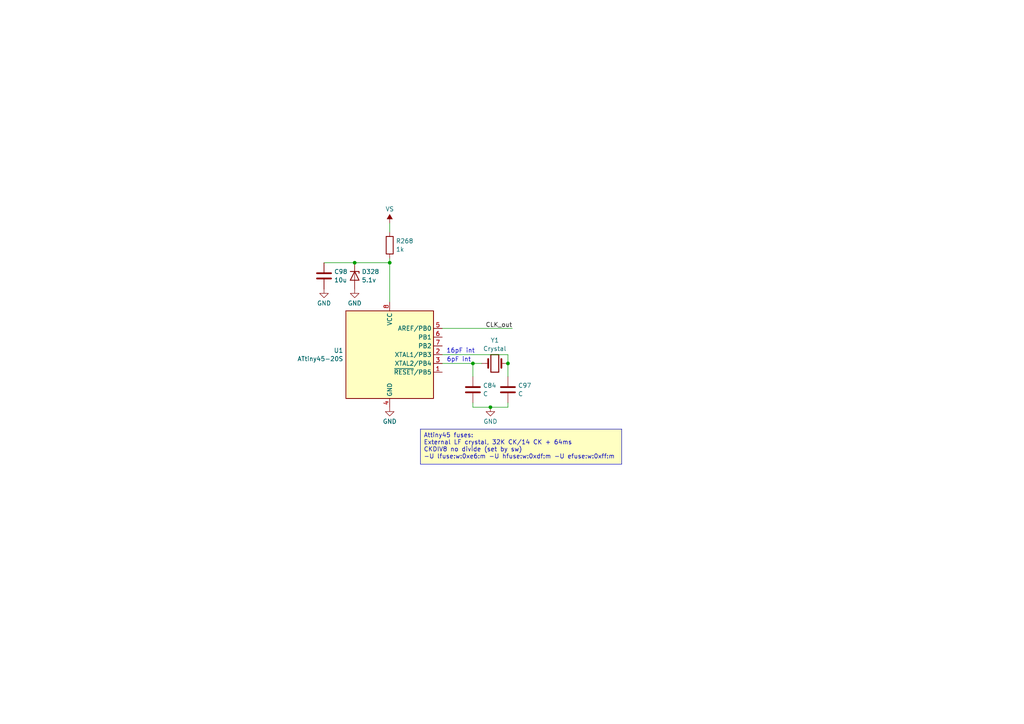
<source format=kicad_sch>
(kicad_sch (version 20231120) (generator "eeschema") (generator_version "8.0")
  (paper "A4")
  (lib_symbols
    (symbol "Device:C" (pin_numbers hide) (pin_names (offset 0.254))
      (property "Reference" "C" (at 0.635 2.54 0))
      (property "Value" "C" (at 0.635 -2.54 0))
      (symbol "C_0_1"
        (polyline (pts (xy -2.032 -0.762) (xy 2.032 -0.762)) (stroke (width 0.508)))
        (polyline (pts (xy -2.032 0.762) (xy 2.032 0.762)) (stroke (width 0.508)))
      )
      (symbol "C_1_1"
        (pin passive line (at 0 3.81 270) (length 2.794) (name "~") (number "1"))
        (pin passive line (at 0 -3.81 90) (length 2.794) (name "~") (number "2"))
      )
    )
    (symbol "Device:Crystal" (pin_numbers hide) (pin_names (offset 1.016) hide)
      (property "Reference" "Y" (at 0 3.81 0))
      (property "Value" "Crystal" (at 0 -3.81 0))
      (symbol "Crystal_0_1"
        (rectangle (start -1.143 2.54) (end 1.143 -2.54) (stroke (width 0.3048)))
        (polyline (pts (xy -2.54 0) (xy -1.905 0)))
        (polyline (pts (xy -1.905 -1.27) (xy -1.905 1.27)) (stroke (width 0.508)))
        (polyline (pts (xy 1.905 -1.27) (xy 1.905 1.27)) (stroke (width 0.508)))
        (polyline (pts (xy 2.54 0) (xy 1.905 0)))
      )
      (symbol "Crystal_1_1"
        (pin passive line (at -3.81 0 0) (length 1.27) (name "1") (number "1"))
        (pin passive line (at 3.81 0 180) (length 1.27) (name "2") (number "2"))
      )
    )
    (symbol "Device:D_Zener" (pin_numbers hide) (pin_names (offset 1.016) hide)
      (property "Reference" "D" (at 0 2.54 0))
      (property "Value" "D_Zener" (at 0 -2.54 0))
      (symbol "D_Zener_0_1"
        (polyline (pts (xy 1.27 0) (xy -1.27 0)))
        (polyline (pts (xy -1.27 -1.27) (xy -1.27 1.27) (xy -0.762 1.27)) (stroke (width 0.254)))
        (polyline (pts (xy 1.27 -1.27) (xy 1.27 1.27) (xy -1.27 0) (xy 1.27 -1.27)) (stroke (width 0.254)))
      )
      (symbol "D_Zener_1_1"
        (pin passive line (at -3.81 0 0) (length 2.54) (name "K") (number "1"))
        (pin passive line (at 3.81 0 180) (length 2.54) (name "A") (number "2"))
      )
    )
    (symbol "Device:R" (pin_numbers hide) (pin_names (offset 0))
      (property "Reference" "R" (at 2.032 0 90))
      (property "Value" "R" (at 0 0 90))
      (symbol "R_0_1"
        (rectangle (start -1.016 -2.54) (end 1.016 2.54) (stroke (width 0.254)))
      )
      (symbol "R_1_1"
        (pin passive line (at 0 3.81 270) (length 1.27) (name "~") (number "1"))
        (pin passive line (at 0 -3.81 90) (length 1.27) (name "~") (number "2"))
      )
    )
    (symbol "MCU_Microchip_ATtiny:ATtiny45-20S"
      (property "Reference" "U" (at -12.7 13.97 0))
      (property "Value" "ATtiny45-20S" (at 2.54 -13.97 0))
      (symbol "ATtiny45-20S_0_1"
        (rectangle (start -12.7 -12.7) (end 12.7 12.7) (stroke (width 0.254)) (fill (type background)))
      )
      (symbol "ATtiny45-20S_1_1"
        (pin bidirectional line (at 15.24 -5.08 180) (length 2.54) (name "~{RESET}/PB5") (number "1"))
        (pin bidirectional line (at 15.24 0 180) (length 2.54) (name "XTAL1/PB3") (number "2"))
        (pin bidirectional line (at 15.24 -2.54 180) (length 2.54) (name "XTAL2/PB4") (number "3"))
        (pin power_in line (at 0 -15.24 90) (length 2.54) (name "GND") (number "4"))
        (pin bidirectional line (at 15.24 7.62 180) (length 2.54) (name "AREF/PB0") (number "5"))
        (pin bidirectional line (at 15.24 5.08 180) (length 2.54) (name "PB1") (number "6"))
        (pin bidirectional line (at 15.24 2.54 180) (length 2.54) (name "PB2") (number "7"))
        (pin power_in line (at 0 15.24 270) (length 2.54) (name "VCC") (number "8"))
      )
    )
    (symbol "power:GND" (power) (pin_names (offset 0))
      (property "Value" "GND" (at 0 -3.81 0))
      (symbol "GND_0_1"
        (polyline (pts (xy 0 0) (xy 0 -1.27) (xy 1.27 -1.27) (xy 0 -2.54) (xy -1.27 -1.27) (xy 0 -1.27)))
      )
      (symbol "GND_1_1"
        (pin power_in line (at 0 0 270) (length 0) hide (name "GND") (number "1"))
      )
    )
    (symbol "power:VS" (power) (pin_names (offset 0))
      (property "Value" "VS" (at 0 3.81 0))
      (symbol "VS_0_1"
        (polyline (pts (xy 0 0) (xy 0 2.54)))
        (polyline (pts (xy 0.762 1.27) (xy -0.762 1.27) (xy 0 2.54) (xy 0.762 1.27)) (fill (type outline)))
      )
      (symbol "VS_1_1"
        (pin power_in line (at 0 0 90) (length 0) hide (name "VS") (number "1"))
      )
    )
  )
  (junction (at 137.16 105.41))
  (junction (at 142.24 118.11))
  (junction (at 147.32 105.41))
  (junction (at 102.87 76.2))
  (junction (at 113.03 76.2))
  (wire (pts (xy 128.27 105.41) (xy 137.16 105.41)))
  (wire (pts (xy 142.24 118.11) (xy 147.32 118.11)))
  (wire (pts (xy 147.32 105.41) (xy 147.32 109.22)))
  (wire (pts (xy 137.16 118.11) (xy 142.24 118.11)))
  (wire (pts (xy 93.98 76.2) (xy 102.87 76.2)))
  (wire (pts (xy 113.03 76.2) (xy 113.03 74.93)))
  (wire (pts (xy 113.03 64.77) (xy 113.03 67.31)))
  (wire (pts (xy 147.32 118.11) (xy 147.32 116.84)))
  (wire (pts (xy 137.16 118.11) (xy 137.16 116.84)))
  (wire (pts (xy 128.27 95.25) (xy 148.59 95.25)))
  (wire (pts (xy 102.87 76.2) (xy 113.03 76.2)))
  (wire (pts (xy 113.03 76.2) (xy 113.03 87.63)))
  (wire (pts (xy 128.27 102.87) (xy 147.32 102.87)))
  (wire (pts (xy 147.32 102.87) (xy 147.32 105.41)))
  (wire (pts (xy 137.16 105.41) (xy 137.16 109.22)))
  (wire (pts (xy 137.16 105.41) (xy 139.7 105.41)))
  (text_box "Attiny45 fuses:\nExternal LF crystal, 32K CK/14 CK + 64ms\nCKDIV8 no divide (set by sw)\n-U lfuse:w:0xe6:m -U hfuse:w:0xdf:m -U efuse:w:0xff:m " (at 121.92 124.46 0) (size 58.42 10.16) (fill (type color) (color 255 255 194 1)) (effects (font (size 1.27 1.27)) (justify left top)))
  (text "16pF int" (at 133.604 101.854 0) (effects (font (size 1.27 1.27))))
  (text "6pF int" (at 133.096 104.394 0) (effects (font (size 1.27 1.27))))
  (label "CLK_out" (at 148.59 95.25 180))
  (symbol (lib_id "power:GND") (at 93.98 83.82 0) (unit 1)
    (property "Reference" "#PWR0267" (effects (hide yes)))
    (property "Value" "GND" (at 93.98 87.9531 0))
    (property "Description" "Power symbol creates a global label with name \"GND\" , ground" (effects (hide yes)))
  )
  (symbol (lib_id "power:VS") (at 113.03 64.77 0) (unit 1)
    (property "Reference" "#PWR0271" (effects (hide yes)))
    (property "Value" "VS" (at 113.03 60.6369 0))
    (property "Description" "Power symbol creates a global label with name \"VS\"" (effects (hide yes)))
  )
  (symbol (lib_id "Device:C") (at 93.98 80.01 0) (unit 1)
    (property "Reference" "C98" (at 96.901 78.7978 0) (effects (justify left)))
    (property "Value" "10u" (at 96.901 81.2221 0) (effects (justify left)))
    (property "Description" "Unpolarized capacitor" (effects (hide yes)))
  )
  (symbol (lib_id "Device:C") (at 147.32 113.03 0) (unit 1)
    (property "Reference" "C97" (at 150.241 111.8178 0) (effects (justify left)))
    (property "Value" "C" (at 150.241 114.2421 0) (effects (justify left)))
    (property "Description" "Unpolarized capacitor" (effects (hide yes)))
  )
  (symbol (lib_id "MCU_Microchip_ATtiny:ATtiny45-20S") (at 113.03 102.87 0) (unit 1)
    (property "Reference" "U1" (at 99.568 101.6578 0) (effects (justify right)))
    (property "Value" "ATtiny45-20S" (at 99.568 104.0821 0) (effects (justify right)))
    (property "Footprint" "Package_SO:SOIC-8W_5.3x5.3mm_P1.27mm" (effects (hide yes)))
    (property "Datasheet" "http://ww1.microchip.com/downloads/en/DeviceDoc/atmel-2586-avr-8-bit-microcontroller-attiny25-attiny45-attiny85_datasheet.pdf" (effects (hide yes)))
    (property "Description" "20MHz, 4kB Flash, 256B SRAM, 256B EEPROM, debugWIRE, SOIC-8W" (effects (hide yes)))
  )
  (symbol (lib_id "Device:D_Zener") (at 102.87 80.01 270) (unit 1)
    (property "Reference" "D328" (at 104.902 78.7978 90) (effects (justify left)))
    (property "Value" "5.1v" (at 104.902 81.2221 90) (effects (justify left)))
    (property "Description" "Zener diode" (effects (hide yes)))
  )
  (symbol (lib_id "power:GND") (at 102.87 83.82 0) (unit 1)
    (property "Reference" "#PWR0268" (effects (hide yes)))
    (property "Value" "GND" (at 102.87 87.9531 0))
    (property "Description" "Power symbol creates a global label with name \"GND\" , ground" (effects (hide yes)))
  )
  (symbol (lib_id "Device:C") (at 137.16 113.03 0) (unit 1)
    (property "Reference" "C84" (at 140.081 111.8178 0) (effects (justify left)))
    (property "Value" "C" (at 140.081 114.2421 0) (effects (justify left)))
    (property "Description" "Unpolarized capacitor" (effects (hide yes)))
  )
  (symbol (lib_id "power:GND") (at 142.24 118.11 0) (unit 1)
    (property "Reference" "#PWR0256" (effects (hide yes)))
    (property "Value" "GND" (at 142.24 122.2431 0))
    (property "Description" "Power symbol creates a global label with name \"GND\" , ground" (effects (hide yes)))
  )
  (symbol (lib_id "Device:Crystal") (at 143.51 105.41 0) (unit 1)
    (property "Reference" "Y1" (at 143.51 98.7001 0))
    (property "Value" "Crystal" (at 143.51 101.1244 0))
    (property "Description" "Two pin crystal" (effects (hide yes)))
  )
  (symbol (lib_id "Device:R") (at 113.03 71.12 0) (unit 1)
    (property "Reference" "R268" (at 114.808 69.9078 0) (effects (justify left)))
    (property "Value" "1k" (at 114.808 72.3321 0) (effects (justify left)))
    (property "Description" "Resistor" (effects (hide yes)))
  )
  (symbol (lib_id "power:GND") (at 113.03 118.11 0) (unit 1)
    (property "Reference" "#PWR0237" (effects (hide yes)))
    (property "Value" "GND" (at 113.03 122.2431 0))
    (property "Description" "Power symbol creates a global label with name \"GND\" , ground" (effects (hide yes)))
  )
)
</source>
